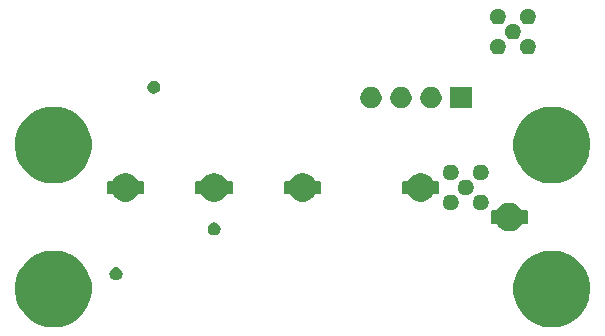
<source format=gbr>
G04 #@! TF.GenerationSoftware,KiCad,Pcbnew,5.1.6*
G04 #@! TF.CreationDate,2020-07-16T12:21:26+02:00*
G04 #@! TF.ProjectId,Head-Interconnect,48656164-2d49-46e7-9465-72636f6e6e65,rev?*
G04 #@! TF.SameCoordinates,Original*
G04 #@! TF.FileFunction,Soldermask,Bot*
G04 #@! TF.FilePolarity,Negative*
%FSLAX46Y46*%
G04 Gerber Fmt 4.6, Leading zero omitted, Abs format (unit mm)*
G04 Created by KiCad (PCBNEW 5.1.6) date 2020-07-16 12:21:26*
%MOMM*%
%LPD*%
G01*
G04 APERTURE LIST*
%ADD10C,0.200000*%
%ADD11C,0.100000*%
G04 APERTURE END LIST*
D10*
G36*
X163500000Y-108000000D02*
G01*
X163500000Y-107000000D01*
X166500000Y-107000000D01*
X166500000Y-108000000D01*
X163500000Y-108000000D01*
G37*
X163500000Y-108000000D02*
X163500000Y-107000000D01*
X166500000Y-107000000D01*
X166500000Y-108000000D01*
X163500000Y-108000000D01*
G36*
X156000000Y-105500000D02*
G01*
X156000000Y-104500000D01*
X159000000Y-104500000D01*
X159000000Y-105500000D01*
X156000000Y-105500000D01*
G37*
X156000000Y-105500000D02*
X156000000Y-104500000D01*
X159000000Y-104500000D01*
X159000000Y-105500000D01*
X156000000Y-105500000D01*
G36*
X146000000Y-105500000D02*
G01*
X146000000Y-104500000D01*
X149000000Y-104500000D01*
X149000000Y-105500000D01*
X146000000Y-105500000D01*
G37*
X146000000Y-105500000D02*
X146000000Y-104500000D01*
X149000000Y-104500000D01*
X149000000Y-105500000D01*
X146000000Y-105500000D01*
G36*
X138500000Y-105500000D02*
G01*
X138500000Y-104500000D01*
X141500000Y-104500000D01*
X141500000Y-105500000D01*
X138500000Y-105500000D01*
G37*
X138500000Y-105500000D02*
X138500000Y-104500000D01*
X141500000Y-104500000D01*
X141500000Y-105500000D01*
X138500000Y-105500000D01*
G36*
X131000000Y-105500000D02*
G01*
X131000000Y-104500000D01*
X134000000Y-104500000D01*
X134000000Y-105500000D01*
X131000000Y-105500000D01*
G37*
X131000000Y-105500000D02*
X131000000Y-104500000D01*
X134000000Y-104500000D01*
X134000000Y-105500000D01*
X131000000Y-105500000D01*
D11*
G36*
X169234239Y-110411467D02*
G01*
X169548282Y-110473934D01*
X170139926Y-110719001D01*
X170672392Y-111074784D01*
X171125216Y-111527608D01*
X171480999Y-112060074D01*
X171726066Y-112651718D01*
X171753232Y-112788290D01*
X171851000Y-113279803D01*
X171851000Y-113920197D01*
X171788533Y-114234239D01*
X171726066Y-114548282D01*
X171480999Y-115139926D01*
X171125216Y-115672392D01*
X170672392Y-116125216D01*
X170139926Y-116480999D01*
X169548282Y-116726066D01*
X169234239Y-116788533D01*
X168920197Y-116851000D01*
X168279803Y-116851000D01*
X167965761Y-116788533D01*
X167651718Y-116726066D01*
X167060074Y-116480999D01*
X166527608Y-116125216D01*
X166074784Y-115672392D01*
X165719001Y-115139926D01*
X165473934Y-114548282D01*
X165411467Y-114234239D01*
X165349000Y-113920197D01*
X165349000Y-113279803D01*
X165446768Y-112788290D01*
X165473934Y-112651718D01*
X165719001Y-112060074D01*
X166074784Y-111527608D01*
X166527608Y-111074784D01*
X167060074Y-110719001D01*
X167651718Y-110473934D01*
X167965761Y-110411467D01*
X168279803Y-110349000D01*
X168920197Y-110349000D01*
X169234239Y-110411467D01*
G37*
G36*
X127034239Y-110411467D02*
G01*
X127348282Y-110473934D01*
X127939926Y-110719001D01*
X128472392Y-111074784D01*
X128925216Y-111527608D01*
X129280999Y-112060074D01*
X129526066Y-112651718D01*
X129553232Y-112788290D01*
X129651000Y-113279803D01*
X129651000Y-113920197D01*
X129588533Y-114234239D01*
X129526066Y-114548282D01*
X129280999Y-115139926D01*
X128925216Y-115672392D01*
X128472392Y-116125216D01*
X127939926Y-116480999D01*
X127348282Y-116726066D01*
X127034239Y-116788533D01*
X126720197Y-116851000D01*
X126079803Y-116851000D01*
X125765761Y-116788533D01*
X125451718Y-116726066D01*
X124860074Y-116480999D01*
X124327608Y-116125216D01*
X123874784Y-115672392D01*
X123519001Y-115139926D01*
X123273934Y-114548282D01*
X123211467Y-114234239D01*
X123149000Y-113920197D01*
X123149000Y-113279803D01*
X123246768Y-112788290D01*
X123273934Y-112651718D01*
X123519001Y-112060074D01*
X123874784Y-111527608D01*
X124327608Y-111074784D01*
X124860074Y-110719001D01*
X125451718Y-110473934D01*
X125765761Y-110411467D01*
X126079803Y-110349000D01*
X126720197Y-110349000D01*
X127034239Y-110411467D01*
G37*
G36*
X131860721Y-111770174D02*
G01*
X131960995Y-111811709D01*
X131960996Y-111811710D01*
X132051242Y-111872010D01*
X132127990Y-111948758D01*
X132127991Y-111948760D01*
X132188291Y-112039005D01*
X132229826Y-112139279D01*
X132251000Y-112245730D01*
X132251000Y-112354270D01*
X132229826Y-112460721D01*
X132188291Y-112560995D01*
X132188290Y-112560996D01*
X132127990Y-112651242D01*
X132051242Y-112727990D01*
X132005812Y-112758345D01*
X131960995Y-112788291D01*
X131860721Y-112829826D01*
X131754270Y-112851000D01*
X131645730Y-112851000D01*
X131539279Y-112829826D01*
X131439005Y-112788291D01*
X131394188Y-112758345D01*
X131348758Y-112727990D01*
X131272010Y-112651242D01*
X131211710Y-112560996D01*
X131211709Y-112560995D01*
X131170174Y-112460721D01*
X131149000Y-112354270D01*
X131149000Y-112245730D01*
X131170174Y-112139279D01*
X131211709Y-112039005D01*
X131272009Y-111948760D01*
X131272010Y-111948758D01*
X131348758Y-111872010D01*
X131439004Y-111811710D01*
X131439005Y-111811709D01*
X131539279Y-111770174D01*
X131645730Y-111749000D01*
X131754270Y-111749000D01*
X131860721Y-111770174D01*
G37*
G36*
X140160721Y-107970174D02*
G01*
X140260995Y-108011709D01*
X140260996Y-108011710D01*
X140351242Y-108072010D01*
X140427990Y-108148758D01*
X140427991Y-108148760D01*
X140488291Y-108239005D01*
X140529826Y-108339279D01*
X140551000Y-108445730D01*
X140551000Y-108554270D01*
X140529826Y-108660721D01*
X140488291Y-108760995D01*
X140488290Y-108760996D01*
X140427990Y-108851242D01*
X140351242Y-108927990D01*
X140305812Y-108958345D01*
X140260995Y-108988291D01*
X140160721Y-109029826D01*
X140054270Y-109051000D01*
X139945730Y-109051000D01*
X139839279Y-109029826D01*
X139739005Y-108988291D01*
X139694188Y-108958345D01*
X139648758Y-108927990D01*
X139572010Y-108851242D01*
X139511710Y-108760996D01*
X139511709Y-108760995D01*
X139470174Y-108660721D01*
X139449000Y-108554270D01*
X139449000Y-108445730D01*
X139470174Y-108339279D01*
X139511709Y-108239005D01*
X139572009Y-108148760D01*
X139572010Y-108148758D01*
X139648758Y-108072010D01*
X139739004Y-108011710D01*
X139739005Y-108011709D01*
X139839279Y-107970174D01*
X139945730Y-107949000D01*
X140054270Y-107949000D01*
X140160721Y-107970174D01*
G37*
G36*
X165350318Y-106345153D02*
G01*
X165568885Y-106435687D01*
X165568887Y-106435688D01*
X165765593Y-106567122D01*
X165932878Y-106734407D01*
X166064312Y-106931113D01*
X166064313Y-106931115D01*
X166154847Y-107149682D01*
X166201000Y-107381710D01*
X166201000Y-107618290D01*
X166154847Y-107850318D01*
X166105200Y-107970175D01*
X166064312Y-108068887D01*
X165932878Y-108265593D01*
X165765593Y-108432878D01*
X165568887Y-108564312D01*
X165568886Y-108564313D01*
X165568885Y-108564313D01*
X165350318Y-108654847D01*
X165118290Y-108701000D01*
X164881710Y-108701000D01*
X164649682Y-108654847D01*
X164431115Y-108564313D01*
X164431114Y-108564313D01*
X164431113Y-108564312D01*
X164234407Y-108432878D01*
X164067122Y-108265593D01*
X163935688Y-108068887D01*
X163894800Y-107970175D01*
X163845153Y-107850318D01*
X163799000Y-107618290D01*
X163799000Y-107381710D01*
X163845153Y-107149682D01*
X163935687Y-106931115D01*
X163935688Y-106931113D01*
X164067122Y-106734407D01*
X164234407Y-106567122D01*
X164431113Y-106435688D01*
X164431115Y-106435687D01*
X164649682Y-106345153D01*
X164881710Y-106299000D01*
X165118290Y-106299000D01*
X165350318Y-106345153D01*
G37*
G36*
X160139300Y-105607595D02*
G01*
X160225724Y-105624786D01*
X160347838Y-105675367D01*
X160457738Y-105748800D01*
X160551200Y-105842262D01*
X160624633Y-105952162D01*
X160675214Y-106074276D01*
X160701000Y-106203912D01*
X160701000Y-106336088D01*
X160675214Y-106465724D01*
X160624633Y-106587838D01*
X160551200Y-106697738D01*
X160457738Y-106791200D01*
X160347838Y-106864633D01*
X160225724Y-106915214D01*
X160139300Y-106932405D01*
X160096089Y-106941000D01*
X159963911Y-106941000D01*
X159920700Y-106932405D01*
X159834276Y-106915214D01*
X159712162Y-106864633D01*
X159602262Y-106791200D01*
X159508800Y-106697738D01*
X159435367Y-106587838D01*
X159384786Y-106465724D01*
X159359000Y-106336088D01*
X159359000Y-106203912D01*
X159384786Y-106074276D01*
X159435367Y-105952162D01*
X159508800Y-105842262D01*
X159602262Y-105748800D01*
X159712162Y-105675367D01*
X159834276Y-105624786D01*
X159920700Y-105607595D01*
X159963911Y-105599000D01*
X160096089Y-105599000D01*
X160139300Y-105607595D01*
G37*
G36*
X162679300Y-105607595D02*
G01*
X162765724Y-105624786D01*
X162887838Y-105675367D01*
X162997738Y-105748800D01*
X163091200Y-105842262D01*
X163164633Y-105952162D01*
X163215214Y-106074276D01*
X163241000Y-106203912D01*
X163241000Y-106336088D01*
X163215214Y-106465724D01*
X163164633Y-106587838D01*
X163091200Y-106697738D01*
X162997738Y-106791200D01*
X162887838Y-106864633D01*
X162765724Y-106915214D01*
X162679300Y-106932405D01*
X162636089Y-106941000D01*
X162503911Y-106941000D01*
X162460700Y-106932405D01*
X162374276Y-106915214D01*
X162252162Y-106864633D01*
X162142262Y-106791200D01*
X162048800Y-106697738D01*
X161975367Y-106587838D01*
X161924786Y-106465724D01*
X161899000Y-106336088D01*
X161899000Y-106203912D01*
X161924786Y-106074276D01*
X161975367Y-105952162D01*
X162048800Y-105842262D01*
X162142262Y-105748800D01*
X162252162Y-105675367D01*
X162374276Y-105624786D01*
X162460700Y-105607595D01*
X162503911Y-105599000D01*
X162636089Y-105599000D01*
X162679300Y-105607595D01*
G37*
G36*
X140350318Y-103845153D02*
G01*
X140544832Y-103925724D01*
X140568887Y-103935688D01*
X140765593Y-104067122D01*
X140932878Y-104234407D01*
X141064312Y-104431113D01*
X141064313Y-104431115D01*
X141154847Y-104649682D01*
X141201000Y-104881710D01*
X141201000Y-105118290D01*
X141154847Y-105350318D01*
X141064313Y-105568885D01*
X141064312Y-105568887D01*
X140932878Y-105765593D01*
X140765593Y-105932878D01*
X140568887Y-106064312D01*
X140568886Y-106064313D01*
X140568885Y-106064313D01*
X140350318Y-106154847D01*
X140118290Y-106201000D01*
X139881710Y-106201000D01*
X139649682Y-106154847D01*
X139431115Y-106064313D01*
X139431114Y-106064313D01*
X139431113Y-106064312D01*
X139234407Y-105932878D01*
X139067122Y-105765593D01*
X138935688Y-105568887D01*
X138935687Y-105568885D01*
X138845153Y-105350318D01*
X138799000Y-105118290D01*
X138799000Y-104881710D01*
X138845153Y-104649682D01*
X138935687Y-104431115D01*
X138935688Y-104431113D01*
X139067122Y-104234407D01*
X139234407Y-104067122D01*
X139431113Y-103935688D01*
X139455168Y-103925724D01*
X139649682Y-103845153D01*
X139881710Y-103799000D01*
X140118290Y-103799000D01*
X140350318Y-103845153D01*
G37*
G36*
X132850318Y-103845153D02*
G01*
X133044832Y-103925724D01*
X133068887Y-103935688D01*
X133265593Y-104067122D01*
X133432878Y-104234407D01*
X133564312Y-104431113D01*
X133564313Y-104431115D01*
X133654847Y-104649682D01*
X133701000Y-104881710D01*
X133701000Y-105118290D01*
X133654847Y-105350318D01*
X133564313Y-105568885D01*
X133564312Y-105568887D01*
X133432878Y-105765593D01*
X133265593Y-105932878D01*
X133068887Y-106064312D01*
X133068886Y-106064313D01*
X133068885Y-106064313D01*
X132850318Y-106154847D01*
X132618290Y-106201000D01*
X132381710Y-106201000D01*
X132149682Y-106154847D01*
X131931115Y-106064313D01*
X131931114Y-106064313D01*
X131931113Y-106064312D01*
X131734407Y-105932878D01*
X131567122Y-105765593D01*
X131435688Y-105568887D01*
X131435687Y-105568885D01*
X131345153Y-105350318D01*
X131299000Y-105118290D01*
X131299000Y-104881710D01*
X131345153Y-104649682D01*
X131435687Y-104431115D01*
X131435688Y-104431113D01*
X131567122Y-104234407D01*
X131734407Y-104067122D01*
X131931113Y-103935688D01*
X131955168Y-103925724D01*
X132149682Y-103845153D01*
X132381710Y-103799000D01*
X132618290Y-103799000D01*
X132850318Y-103845153D01*
G37*
G36*
X147850318Y-103845153D02*
G01*
X148044832Y-103925724D01*
X148068887Y-103935688D01*
X148265593Y-104067122D01*
X148432878Y-104234407D01*
X148564312Y-104431113D01*
X148564313Y-104431115D01*
X148654847Y-104649682D01*
X148701000Y-104881710D01*
X148701000Y-105118290D01*
X148654847Y-105350318D01*
X148564313Y-105568885D01*
X148564312Y-105568887D01*
X148432878Y-105765593D01*
X148265593Y-105932878D01*
X148068887Y-106064312D01*
X148068886Y-106064313D01*
X148068885Y-106064313D01*
X147850318Y-106154847D01*
X147618290Y-106201000D01*
X147381710Y-106201000D01*
X147149682Y-106154847D01*
X146931115Y-106064313D01*
X146931114Y-106064313D01*
X146931113Y-106064312D01*
X146734407Y-105932878D01*
X146567122Y-105765593D01*
X146435688Y-105568887D01*
X146435687Y-105568885D01*
X146345153Y-105350318D01*
X146299000Y-105118290D01*
X146299000Y-104881710D01*
X146345153Y-104649682D01*
X146435687Y-104431115D01*
X146435688Y-104431113D01*
X146567122Y-104234407D01*
X146734407Y-104067122D01*
X146931113Y-103935688D01*
X146955168Y-103925724D01*
X147149682Y-103845153D01*
X147381710Y-103799000D01*
X147618290Y-103799000D01*
X147850318Y-103845153D01*
G37*
G36*
X157850318Y-103845153D02*
G01*
X158044832Y-103925724D01*
X158068887Y-103935688D01*
X158265593Y-104067122D01*
X158432878Y-104234407D01*
X158564312Y-104431113D01*
X158564313Y-104431115D01*
X158654847Y-104649682D01*
X158701000Y-104881710D01*
X158701000Y-105118290D01*
X158654847Y-105350318D01*
X158564313Y-105568885D01*
X158564312Y-105568887D01*
X158432878Y-105765593D01*
X158265593Y-105932878D01*
X158068887Y-106064312D01*
X158068886Y-106064313D01*
X158068885Y-106064313D01*
X157850318Y-106154847D01*
X157618290Y-106201000D01*
X157381710Y-106201000D01*
X157149682Y-106154847D01*
X156931115Y-106064313D01*
X156931114Y-106064313D01*
X156931113Y-106064312D01*
X156734407Y-105932878D01*
X156567122Y-105765593D01*
X156435688Y-105568887D01*
X156435687Y-105568885D01*
X156345153Y-105350318D01*
X156299000Y-105118290D01*
X156299000Y-104881710D01*
X156345153Y-104649682D01*
X156435687Y-104431115D01*
X156435688Y-104431113D01*
X156567122Y-104234407D01*
X156734407Y-104067122D01*
X156931113Y-103935688D01*
X156955168Y-103925724D01*
X157149682Y-103845153D01*
X157381710Y-103799000D01*
X157618290Y-103799000D01*
X157850318Y-103845153D01*
G37*
G36*
X161409300Y-104337595D02*
G01*
X161495724Y-104354786D01*
X161617838Y-104405367D01*
X161727738Y-104478800D01*
X161821200Y-104572262D01*
X161894633Y-104682162D01*
X161945214Y-104804276D01*
X161971000Y-104933912D01*
X161971000Y-105066088D01*
X161945214Y-105195724D01*
X161894633Y-105317838D01*
X161821200Y-105427738D01*
X161727738Y-105521200D01*
X161617838Y-105594633D01*
X161495724Y-105645214D01*
X161409300Y-105662405D01*
X161366089Y-105671000D01*
X161233911Y-105671000D01*
X161190700Y-105662405D01*
X161104276Y-105645214D01*
X160982162Y-105594633D01*
X160872262Y-105521200D01*
X160778800Y-105427738D01*
X160705367Y-105317838D01*
X160654786Y-105195724D01*
X160629000Y-105066088D01*
X160629000Y-104933912D01*
X160654786Y-104804276D01*
X160705367Y-104682162D01*
X160778800Y-104572262D01*
X160872262Y-104478800D01*
X160982162Y-104405367D01*
X161104276Y-104354786D01*
X161190700Y-104337595D01*
X161233911Y-104329000D01*
X161366089Y-104329000D01*
X161409300Y-104337595D01*
G37*
G36*
X169168828Y-98198456D02*
G01*
X169548282Y-98273934D01*
X170139926Y-98519001D01*
X170672392Y-98874784D01*
X171125216Y-99327608D01*
X171480999Y-99860074D01*
X171726066Y-100451718D01*
X171726066Y-100451719D01*
X171851000Y-101079803D01*
X171851000Y-101720197D01*
X171788533Y-102034239D01*
X171726066Y-102348282D01*
X171480999Y-102939926D01*
X171238893Y-103302262D01*
X171165461Y-103412162D01*
X171125216Y-103472392D01*
X170672392Y-103925216D01*
X170139926Y-104280999D01*
X169548282Y-104526066D01*
X169234239Y-104588533D01*
X168920197Y-104651000D01*
X168279803Y-104651000D01*
X167965761Y-104588533D01*
X167651718Y-104526066D01*
X167060074Y-104280999D01*
X166527608Y-103925216D01*
X166074784Y-103472392D01*
X166034540Y-103412162D01*
X165961107Y-103302262D01*
X165719001Y-102939926D01*
X165473934Y-102348282D01*
X165411467Y-102034239D01*
X165349000Y-101720197D01*
X165349000Y-101079803D01*
X165473934Y-100451719D01*
X165473934Y-100451718D01*
X165719001Y-99860074D01*
X166074784Y-99327608D01*
X166527608Y-98874784D01*
X167060074Y-98519001D01*
X167651718Y-98273934D01*
X168031172Y-98198456D01*
X168279803Y-98149000D01*
X168920197Y-98149000D01*
X169168828Y-98198456D01*
G37*
G36*
X126968828Y-98198456D02*
G01*
X127348282Y-98273934D01*
X127939926Y-98519001D01*
X128472392Y-98874784D01*
X128925216Y-99327608D01*
X129280999Y-99860074D01*
X129526066Y-100451718D01*
X129526066Y-100451719D01*
X129651000Y-101079803D01*
X129651000Y-101720197D01*
X129588533Y-102034239D01*
X129526066Y-102348282D01*
X129280999Y-102939926D01*
X129038893Y-103302262D01*
X128965461Y-103412162D01*
X128925216Y-103472392D01*
X128472392Y-103925216D01*
X127939926Y-104280999D01*
X127348282Y-104526066D01*
X127034239Y-104588533D01*
X126720197Y-104651000D01*
X126079803Y-104651000D01*
X125765761Y-104588533D01*
X125451718Y-104526066D01*
X124860074Y-104280999D01*
X124327608Y-103925216D01*
X123874784Y-103472392D01*
X123834540Y-103412162D01*
X123761107Y-103302262D01*
X123519001Y-102939926D01*
X123273934Y-102348282D01*
X123211467Y-102034239D01*
X123149000Y-101720197D01*
X123149000Y-101079803D01*
X123273934Y-100451719D01*
X123273934Y-100451718D01*
X123519001Y-99860074D01*
X123874784Y-99327608D01*
X124327608Y-98874784D01*
X124860074Y-98519001D01*
X125451718Y-98273934D01*
X125831172Y-98198456D01*
X126079803Y-98149000D01*
X126720197Y-98149000D01*
X126968828Y-98198456D01*
G37*
G36*
X160139300Y-103067595D02*
G01*
X160225724Y-103084786D01*
X160347838Y-103135367D01*
X160457738Y-103208800D01*
X160551200Y-103302262D01*
X160624633Y-103412162D01*
X160675214Y-103534276D01*
X160701000Y-103663912D01*
X160701000Y-103796088D01*
X160675214Y-103925724D01*
X160624633Y-104047838D01*
X160551200Y-104157738D01*
X160457738Y-104251200D01*
X160347838Y-104324633D01*
X160225724Y-104375214D01*
X160139300Y-104392405D01*
X160096089Y-104401000D01*
X159963911Y-104401000D01*
X159920700Y-104392405D01*
X159834276Y-104375214D01*
X159712162Y-104324633D01*
X159602262Y-104251200D01*
X159508800Y-104157738D01*
X159435367Y-104047838D01*
X159384786Y-103925724D01*
X159359000Y-103796088D01*
X159359000Y-103663912D01*
X159384786Y-103534276D01*
X159435367Y-103412162D01*
X159508800Y-103302262D01*
X159602262Y-103208800D01*
X159712162Y-103135367D01*
X159834276Y-103084786D01*
X159920700Y-103067595D01*
X159963911Y-103059000D01*
X160096089Y-103059000D01*
X160139300Y-103067595D01*
G37*
G36*
X162679300Y-103067595D02*
G01*
X162765724Y-103084786D01*
X162887838Y-103135367D01*
X162997738Y-103208800D01*
X163091200Y-103302262D01*
X163164633Y-103412162D01*
X163215214Y-103534276D01*
X163241000Y-103663912D01*
X163241000Y-103796088D01*
X163215214Y-103925724D01*
X163164633Y-104047838D01*
X163091200Y-104157738D01*
X162997738Y-104251200D01*
X162887838Y-104324633D01*
X162765724Y-104375214D01*
X162679300Y-104392405D01*
X162636089Y-104401000D01*
X162503911Y-104401000D01*
X162460700Y-104392405D01*
X162374276Y-104375214D01*
X162252162Y-104324633D01*
X162142262Y-104251200D01*
X162048800Y-104157738D01*
X161975367Y-104047838D01*
X161924786Y-103925724D01*
X161899000Y-103796088D01*
X161899000Y-103663912D01*
X161924786Y-103534276D01*
X161975367Y-103412162D01*
X162048800Y-103302262D01*
X162142262Y-103208800D01*
X162252162Y-103135367D01*
X162374276Y-103084786D01*
X162460700Y-103067595D01*
X162503911Y-103059000D01*
X162636089Y-103059000D01*
X162679300Y-103067595D01*
G37*
G36*
X155933512Y-96503927D02*
G01*
X156082812Y-96533624D01*
X156246784Y-96601544D01*
X156394354Y-96700147D01*
X156519853Y-96825646D01*
X156618456Y-96973216D01*
X156686376Y-97137188D01*
X156721000Y-97311259D01*
X156721000Y-97488741D01*
X156686376Y-97662812D01*
X156618456Y-97826784D01*
X156519853Y-97974354D01*
X156394354Y-98099853D01*
X156246784Y-98198456D01*
X156082812Y-98266376D01*
X155933512Y-98296073D01*
X155908742Y-98301000D01*
X155731258Y-98301000D01*
X155706488Y-98296073D01*
X155557188Y-98266376D01*
X155393216Y-98198456D01*
X155245646Y-98099853D01*
X155120147Y-97974354D01*
X155021544Y-97826784D01*
X154953624Y-97662812D01*
X154919000Y-97488741D01*
X154919000Y-97311259D01*
X154953624Y-97137188D01*
X155021544Y-96973216D01*
X155120147Y-96825646D01*
X155245646Y-96700147D01*
X155393216Y-96601544D01*
X155557188Y-96533624D01*
X155706488Y-96503927D01*
X155731258Y-96499000D01*
X155908742Y-96499000D01*
X155933512Y-96503927D01*
G37*
G36*
X158473512Y-96503927D02*
G01*
X158622812Y-96533624D01*
X158786784Y-96601544D01*
X158934354Y-96700147D01*
X159059853Y-96825646D01*
X159158456Y-96973216D01*
X159226376Y-97137188D01*
X159261000Y-97311259D01*
X159261000Y-97488741D01*
X159226376Y-97662812D01*
X159158456Y-97826784D01*
X159059853Y-97974354D01*
X158934354Y-98099853D01*
X158786784Y-98198456D01*
X158622812Y-98266376D01*
X158473512Y-98296073D01*
X158448742Y-98301000D01*
X158271258Y-98301000D01*
X158246488Y-98296073D01*
X158097188Y-98266376D01*
X157933216Y-98198456D01*
X157785646Y-98099853D01*
X157660147Y-97974354D01*
X157561544Y-97826784D01*
X157493624Y-97662812D01*
X157459000Y-97488741D01*
X157459000Y-97311259D01*
X157493624Y-97137188D01*
X157561544Y-96973216D01*
X157660147Y-96825646D01*
X157785646Y-96700147D01*
X157933216Y-96601544D01*
X158097188Y-96533624D01*
X158246488Y-96503927D01*
X158271258Y-96499000D01*
X158448742Y-96499000D01*
X158473512Y-96503927D01*
G37*
G36*
X161801000Y-98301000D02*
G01*
X159999000Y-98301000D01*
X159999000Y-96499000D01*
X161801000Y-96499000D01*
X161801000Y-98301000D01*
G37*
G36*
X153393512Y-96503927D02*
G01*
X153542812Y-96533624D01*
X153706784Y-96601544D01*
X153854354Y-96700147D01*
X153979853Y-96825646D01*
X154078456Y-96973216D01*
X154146376Y-97137188D01*
X154181000Y-97311259D01*
X154181000Y-97488741D01*
X154146376Y-97662812D01*
X154078456Y-97826784D01*
X153979853Y-97974354D01*
X153854354Y-98099853D01*
X153706784Y-98198456D01*
X153542812Y-98266376D01*
X153393512Y-98296073D01*
X153368742Y-98301000D01*
X153191258Y-98301000D01*
X153166488Y-98296073D01*
X153017188Y-98266376D01*
X152853216Y-98198456D01*
X152705646Y-98099853D01*
X152580147Y-97974354D01*
X152481544Y-97826784D01*
X152413624Y-97662812D01*
X152379000Y-97488741D01*
X152379000Y-97311259D01*
X152413624Y-97137188D01*
X152481544Y-96973216D01*
X152580147Y-96825646D01*
X152705646Y-96700147D01*
X152853216Y-96601544D01*
X153017188Y-96533624D01*
X153166488Y-96503927D01*
X153191258Y-96499000D01*
X153368742Y-96499000D01*
X153393512Y-96503927D01*
G37*
G36*
X135060721Y-95970174D02*
G01*
X135160995Y-96011709D01*
X135160996Y-96011710D01*
X135251242Y-96072010D01*
X135327990Y-96148758D01*
X135327991Y-96148760D01*
X135388291Y-96239005D01*
X135429826Y-96339279D01*
X135451000Y-96445730D01*
X135451000Y-96554270D01*
X135429826Y-96660721D01*
X135388291Y-96760995D01*
X135388290Y-96760996D01*
X135327990Y-96851242D01*
X135251242Y-96927990D01*
X135205812Y-96958345D01*
X135160995Y-96988291D01*
X135060721Y-97029826D01*
X134954270Y-97051000D01*
X134845730Y-97051000D01*
X134739279Y-97029826D01*
X134639005Y-96988291D01*
X134594188Y-96958345D01*
X134548758Y-96927990D01*
X134472010Y-96851242D01*
X134411710Y-96760996D01*
X134411709Y-96760995D01*
X134370174Y-96660721D01*
X134349000Y-96554270D01*
X134349000Y-96445730D01*
X134370174Y-96339279D01*
X134411709Y-96239005D01*
X134472009Y-96148760D01*
X134472010Y-96148758D01*
X134548758Y-96072010D01*
X134639004Y-96011710D01*
X134639005Y-96011709D01*
X134739279Y-95970174D01*
X134845730Y-95949000D01*
X134954270Y-95949000D01*
X135060721Y-95970174D01*
G37*
G36*
X166679300Y-92407595D02*
G01*
X166765724Y-92424786D01*
X166887838Y-92475367D01*
X166997738Y-92548800D01*
X167091200Y-92642262D01*
X167164633Y-92752162D01*
X167215214Y-92874276D01*
X167241000Y-93003912D01*
X167241000Y-93136088D01*
X167215214Y-93265724D01*
X167164633Y-93387838D01*
X167091200Y-93497738D01*
X166997738Y-93591200D01*
X166887838Y-93664633D01*
X166765724Y-93715214D01*
X166679300Y-93732405D01*
X166636089Y-93741000D01*
X166503911Y-93741000D01*
X166460700Y-93732405D01*
X166374276Y-93715214D01*
X166252162Y-93664633D01*
X166142262Y-93591200D01*
X166048800Y-93497738D01*
X165975367Y-93387838D01*
X165924786Y-93265724D01*
X165899000Y-93136088D01*
X165899000Y-93003912D01*
X165924786Y-92874276D01*
X165975367Y-92752162D01*
X166048800Y-92642262D01*
X166142262Y-92548800D01*
X166252162Y-92475367D01*
X166374276Y-92424786D01*
X166460700Y-92407595D01*
X166503911Y-92399000D01*
X166636089Y-92399000D01*
X166679300Y-92407595D01*
G37*
G36*
X164139300Y-92407595D02*
G01*
X164225724Y-92424786D01*
X164347838Y-92475367D01*
X164457738Y-92548800D01*
X164551200Y-92642262D01*
X164624633Y-92752162D01*
X164675214Y-92874276D01*
X164701000Y-93003912D01*
X164701000Y-93136088D01*
X164675214Y-93265724D01*
X164624633Y-93387838D01*
X164551200Y-93497738D01*
X164457738Y-93591200D01*
X164347838Y-93664633D01*
X164225724Y-93715214D01*
X164139300Y-93732405D01*
X164096089Y-93741000D01*
X163963911Y-93741000D01*
X163920700Y-93732405D01*
X163834276Y-93715214D01*
X163712162Y-93664633D01*
X163602262Y-93591200D01*
X163508800Y-93497738D01*
X163435367Y-93387838D01*
X163384786Y-93265724D01*
X163359000Y-93136088D01*
X163359000Y-93003912D01*
X163384786Y-92874276D01*
X163435367Y-92752162D01*
X163508800Y-92642262D01*
X163602262Y-92548800D01*
X163712162Y-92475367D01*
X163834276Y-92424786D01*
X163920700Y-92407595D01*
X163963911Y-92399000D01*
X164096089Y-92399000D01*
X164139300Y-92407595D01*
G37*
G36*
X165409300Y-91137595D02*
G01*
X165495724Y-91154786D01*
X165617838Y-91205367D01*
X165727738Y-91278800D01*
X165821200Y-91372262D01*
X165894633Y-91482162D01*
X165945214Y-91604276D01*
X165971000Y-91733912D01*
X165971000Y-91866088D01*
X165945214Y-91995724D01*
X165894633Y-92117838D01*
X165821200Y-92227738D01*
X165727738Y-92321200D01*
X165617838Y-92394633D01*
X165495724Y-92445214D01*
X165409300Y-92462405D01*
X165366089Y-92471000D01*
X165233911Y-92471000D01*
X165190700Y-92462405D01*
X165104276Y-92445214D01*
X164982162Y-92394633D01*
X164872262Y-92321200D01*
X164778800Y-92227738D01*
X164705367Y-92117838D01*
X164654786Y-91995724D01*
X164629000Y-91866088D01*
X164629000Y-91733912D01*
X164654786Y-91604276D01*
X164705367Y-91482162D01*
X164778800Y-91372262D01*
X164872262Y-91278800D01*
X164982162Y-91205367D01*
X165104276Y-91154786D01*
X165190700Y-91137595D01*
X165233911Y-91129000D01*
X165366089Y-91129000D01*
X165409300Y-91137595D01*
G37*
G36*
X164139300Y-89867595D02*
G01*
X164225724Y-89884786D01*
X164347838Y-89935367D01*
X164457738Y-90008800D01*
X164551200Y-90102262D01*
X164624633Y-90212162D01*
X164675214Y-90334276D01*
X164701000Y-90463912D01*
X164701000Y-90596088D01*
X164675214Y-90725724D01*
X164624633Y-90847838D01*
X164551200Y-90957738D01*
X164457738Y-91051200D01*
X164347838Y-91124633D01*
X164225724Y-91175214D01*
X164139300Y-91192405D01*
X164096089Y-91201000D01*
X163963911Y-91201000D01*
X163920700Y-91192405D01*
X163834276Y-91175214D01*
X163712162Y-91124633D01*
X163602262Y-91051200D01*
X163508800Y-90957738D01*
X163435367Y-90847838D01*
X163384786Y-90725724D01*
X163359000Y-90596088D01*
X163359000Y-90463912D01*
X163384786Y-90334276D01*
X163435367Y-90212162D01*
X163508800Y-90102262D01*
X163602262Y-90008800D01*
X163712162Y-89935367D01*
X163834276Y-89884786D01*
X163920700Y-89867595D01*
X163963911Y-89859000D01*
X164096089Y-89859000D01*
X164139300Y-89867595D01*
G37*
G36*
X166679300Y-89867595D02*
G01*
X166765724Y-89884786D01*
X166887838Y-89935367D01*
X166997738Y-90008800D01*
X167091200Y-90102262D01*
X167164633Y-90212162D01*
X167215214Y-90334276D01*
X167241000Y-90463912D01*
X167241000Y-90596088D01*
X167215214Y-90725724D01*
X167164633Y-90847838D01*
X167091200Y-90957738D01*
X166997738Y-91051200D01*
X166887838Y-91124633D01*
X166765724Y-91175214D01*
X166679300Y-91192405D01*
X166636089Y-91201000D01*
X166503911Y-91201000D01*
X166460700Y-91192405D01*
X166374276Y-91175214D01*
X166252162Y-91124633D01*
X166142262Y-91051200D01*
X166048800Y-90957738D01*
X165975367Y-90847838D01*
X165924786Y-90725724D01*
X165899000Y-90596088D01*
X165899000Y-90463912D01*
X165924786Y-90334276D01*
X165975367Y-90212162D01*
X166048800Y-90102262D01*
X166142262Y-90008800D01*
X166252162Y-89935367D01*
X166374276Y-89884786D01*
X166460700Y-89867595D01*
X166503911Y-89859000D01*
X166636089Y-89859000D01*
X166679300Y-89867595D01*
G37*
M02*

</source>
